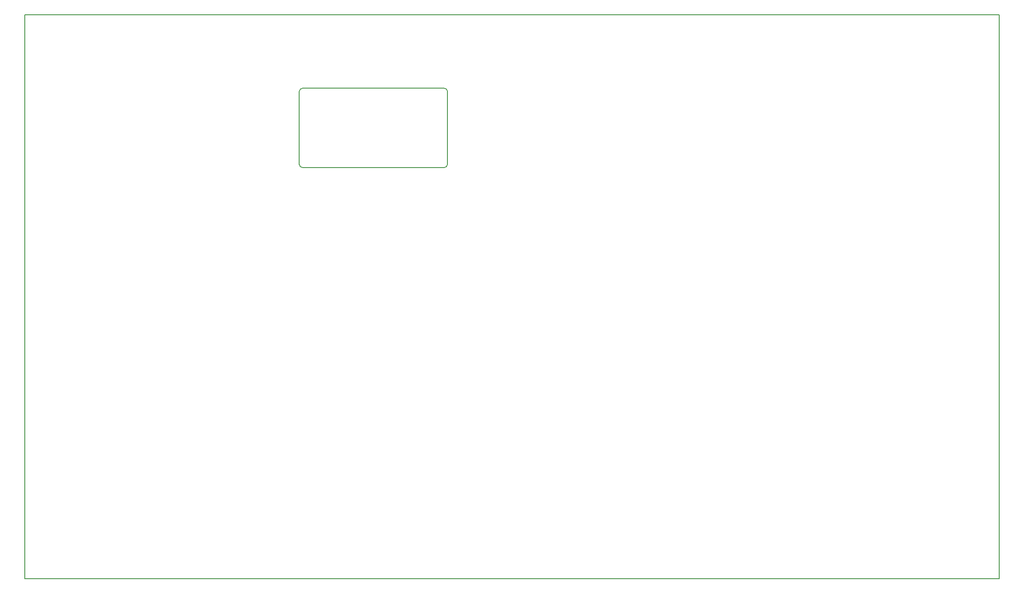
<source format=gm1>
G04 #@! TF.GenerationSoftware,KiCad,Pcbnew,(5.1.7)-1*
G04 #@! TF.CreationDate,2021-12-19T02:36:47+01:00*
G04 #@! TF.ProjectId,CR-VERSION,43522d56-4552-4534-994f-4e2e6b696361,rev?*
G04 #@! TF.SameCoordinates,Original*
G04 #@! TF.FileFunction,Profile,NP*
%FSLAX46Y46*%
G04 Gerber Fmt 4.6, Leading zero omitted, Abs format (unit mm)*
G04 Created by KiCad (PCBNEW (5.1.7)-1) date 2021-12-19 02:36:47*
%MOMM*%
%LPD*%
G01*
G04 APERTURE LIST*
G04 #@! TA.AperFunction,Profile*
%ADD10C,0.150000*%
G04 #@! TD*
G04 APERTURE END LIST*
D10*
X152255000Y-53299000D02*
X129141000Y-53299000D01*
X129141000Y-53299000D02*
X124950000Y-53299000D01*
X124696000Y-53299000D02*
X124950000Y-53299000D01*
X124061000Y-54950000D02*
X124061000Y-53934000D01*
X124061000Y-68158000D02*
X124061000Y-54950000D01*
X152255000Y-68793000D02*
X124696000Y-68793000D01*
X152890000Y-68158000D02*
X152890000Y-53934000D01*
X124061000Y-53934000D02*
G75*
G02*
X124696000Y-53299000I635000J0D01*
G01*
X152255000Y-53299000D02*
G75*
G02*
X152890000Y-53934000I0J-635000D01*
G01*
X124696000Y-68793000D02*
G75*
G02*
X124061000Y-68158000I0J635000D01*
G01*
X152890000Y-68158000D02*
G75*
G02*
X152255000Y-68793000I-635000J0D01*
G01*
X260332000Y-38948000D02*
X255252000Y-38948000D01*
X260332000Y-56220000D02*
X260332000Y-38948000D01*
X260332000Y-148930000D02*
X260332000Y-56220000D01*
X70594000Y-38948000D02*
X70848000Y-38948000D01*
X70594000Y-148930000D02*
X70594000Y-38948000D01*
X255252000Y-38948000D02*
X70848000Y-38948000D01*
X260332000Y-148930000D02*
X70594000Y-148930000D01*
M02*

</source>
